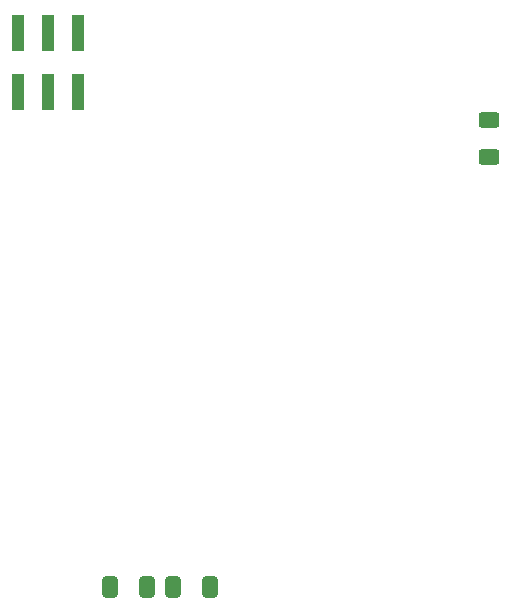
<source format=gbr>
%TF.GenerationSoftware,KiCad,Pcbnew,8.0.1-rc1*%
%TF.CreationDate,2024-06-22T18:19:48-07:00*%
%TF.ProjectId,AMS - CANBus - RGB - Pchannel,414d5320-2d20-4434-914e-427573202d20,rev?*%
%TF.SameCoordinates,Original*%
%TF.FileFunction,Paste,Top*%
%TF.FilePolarity,Positive*%
%FSLAX46Y46*%
G04 Gerber Fmt 4.6, Leading zero omitted, Abs format (unit mm)*
G04 Created by KiCad (PCBNEW 8.0.1-rc1) date 2024-06-22 18:19:48*
%MOMM*%
%LPD*%
G01*
G04 APERTURE LIST*
G04 Aperture macros list*
%AMRoundRect*
0 Rectangle with rounded corners*
0 $1 Rounding radius*
0 $2 $3 $4 $5 $6 $7 $8 $9 X,Y pos of 4 corners*
0 Add a 4 corners polygon primitive as box body*
4,1,4,$2,$3,$4,$5,$6,$7,$8,$9,$2,$3,0*
0 Add four circle primitives for the rounded corners*
1,1,$1+$1,$2,$3*
1,1,$1+$1,$4,$5*
1,1,$1+$1,$6,$7*
1,1,$1+$1,$8,$9*
0 Add four rect primitives between the rounded corners*
20,1,$1+$1,$2,$3,$4,$5,0*
20,1,$1+$1,$4,$5,$6,$7,0*
20,1,$1+$1,$6,$7,$8,$9,0*
20,1,$1+$1,$8,$9,$2,$3,0*%
G04 Aperture macros list end*
%ADD10RoundRect,0.250000X-0.625000X0.400000X-0.625000X-0.400000X0.625000X-0.400000X0.625000X0.400000X0*%
%ADD11RoundRect,0.250000X-0.412500X-0.650000X0.412500X-0.650000X0.412500X0.650000X-0.412500X0.650000X0*%
%ADD12R,1.000000X3.150000*%
%ADD13RoundRect,0.250000X0.412500X0.650000X-0.412500X0.650000X-0.412500X-0.650000X0.412500X-0.650000X0*%
G04 APERTURE END LIST*
D10*
%TO.C,R20*%
X183339349Y-77690905D03*
X183339349Y-80790905D03*
%TD*%
D11*
%TO.C,C3*%
X151260700Y-117190800D03*
X154385700Y-117190800D03*
%TD*%
D12*
%TO.C,J4*%
X148585100Y-70282000D03*
X148585100Y-75332000D03*
X146045100Y-70282000D03*
X146045100Y-75332000D03*
X143505100Y-70282000D03*
X143505100Y-75332000D03*
%TD*%
D13*
%TO.C,C5*%
X159785700Y-117178500D03*
X156660700Y-117178500D03*
%TD*%
M02*

</source>
